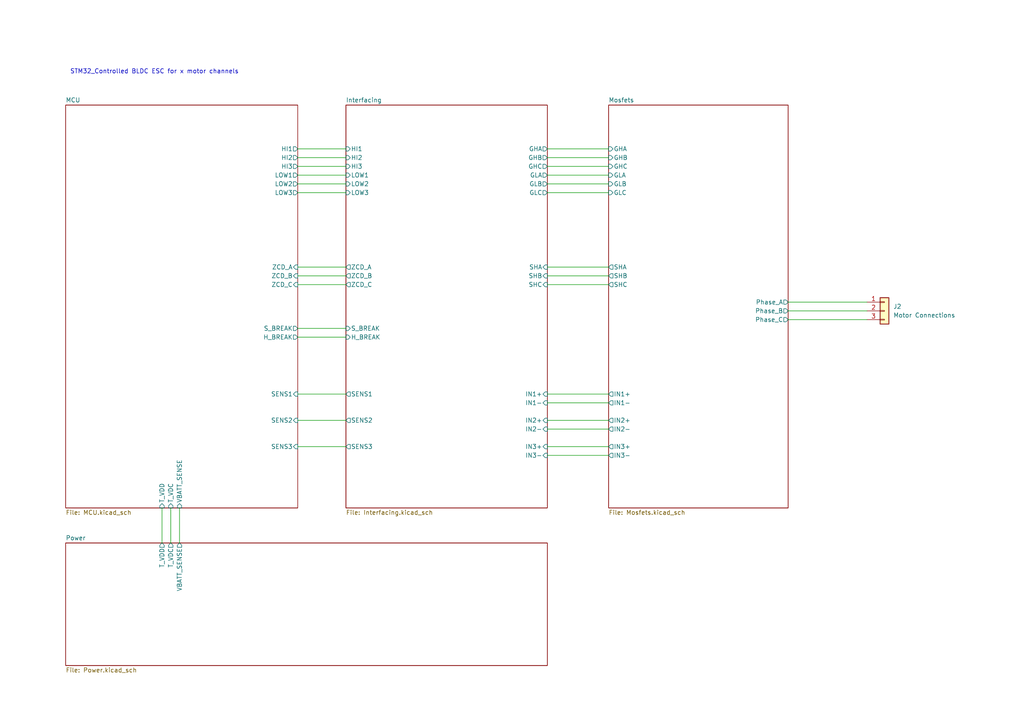
<source format=kicad_sch>
(kicad_sch (version 20230121) (generator eeschema)
  (paper "A4")
  (lib_symbols
    (symbol "Connector_Generic:Conn_01x03" (pin_names (offset 1.016) hide)
      (property "Reference" "J" (at 0 5.08 0))
      (property "Value" "Conn_01x03" (at 0 -5.08 0))
      (symbol "Conn_01x03_1_1"
        (rectangle (start -1.27 -2.413) (end 0 -2.667) (stroke (width 0.1524)))
        (rectangle (start -1.27 0.127) (end 0 -0.127) (stroke (width 0.1524)))
        (rectangle (start -1.27 2.667) (end 0 2.413) (stroke (width 0.1524)))
        (rectangle (start -1.27 3.81) (end 1.27 -3.81) (stroke (width 0.254)) (fill (type background)))
        (pin passive line (at -5.08 2.54 0) (length 3.81) (name "Pin_1") (number "1"))
        (pin passive line (at -5.08 0 0) (length 3.81) (name "Pin_2") (number "2"))
        (pin passive line (at -5.08 -2.54 0) (length 3.81) (name "Pin_3") (number "3"))
      )
    )
  )
  (wire (pts (xy 228.6 92.71) (xy 251.46 92.71)))
  (wire (pts (xy 158.75 121.92) (xy 176.53 121.92)))
  (wire (pts (xy 86.36 97.79) (xy 100.33 97.79)))
  (wire (pts (xy 228.6 87.63) (xy 251.46 87.63)))
  (wire (pts (xy 46.99 147.32) (xy 46.99 157.48)))
  (wire (pts (xy 158.75 50.8) (xy 176.53 50.8)))
  (wire (pts (xy 86.36 80.01) (xy 100.33 80.01)))
  (wire (pts (xy 158.75 53.34) (xy 176.53 53.34)))
  (wire (pts (xy 158.75 129.54) (xy 176.53 129.54)))
  (wire (pts (xy 86.36 82.55) (xy 100.33 82.55)))
  (wire (pts (xy 86.36 129.54) (xy 100.33 129.54)))
  (wire (pts (xy 158.75 77.47) (xy 176.53 77.47)))
  (wire (pts (xy 158.75 124.46) (xy 176.53 124.46)))
  (wire (pts (xy 158.75 80.01) (xy 176.53 80.01)))
  (wire (pts (xy 86.36 77.47) (xy 100.33 77.47)))
  (wire (pts (xy 228.6 90.17) (xy 251.46 90.17)))
  (wire (pts (xy 49.53 147.32) (xy 49.53 157.48)))
  (wire (pts (xy 158.75 45.72) (xy 176.53 45.72)))
  (wire (pts (xy 86.36 43.18) (xy 100.33 43.18)))
  (wire (pts (xy 52.07 147.32) (xy 52.07 157.48)))
  (wire (pts (xy 86.36 55.88) (xy 100.33 55.88)))
  (wire (pts (xy 86.36 48.26) (xy 100.33 48.26)))
  (wire (pts (xy 158.75 116.84) (xy 176.53 116.84)))
  (wire (pts (xy 158.75 132.08) (xy 176.53 132.08)))
  (wire (pts (xy 86.36 95.25) (xy 100.33 95.25)))
  (wire (pts (xy 86.36 45.72) (xy 100.33 45.72)))
  (wire (pts (xy 158.75 43.18) (xy 176.53 43.18)))
  (wire (pts (xy 86.36 53.34) (xy 100.33 53.34)))
  (wire (pts (xy 86.36 50.8) (xy 100.33 50.8)))
  (wire (pts (xy 158.75 114.3) (xy 176.53 114.3)))
  (wire (pts (xy 158.75 48.26) (xy 176.53 48.26)))
  (wire (pts (xy 158.75 55.88) (xy 176.53 55.88)))
  (wire (pts (xy 86.36 114.3) (xy 100.33 114.3)))
  (wire (pts (xy 86.36 121.92) (xy 100.33 121.92)))
  (wire (pts (xy 158.75 82.55) (xy 176.53 82.55)))
  (text "STM32_Controlled BLDC ESC for x motor channels\n" (at 20.32 21.59 0) (effects (font (size 1.27 1.27)) (justify left bottom)))
  (symbol (lib_id "Connector_Generic:Conn_01x03") (at 256.54 90.17 0) (unit 1)
    (property "Reference" "J2" (at 259.08 88.9 0) (effects (justify left)))
    (property "Value" "Motor Connections" (at 259.08 91.44 0) (effects (justify left)))
  )
  (sheet (at 19.05 30.48) (size 67.31 116.84) (stroke (width 0.1524))
    (property "Sheetname" "MCU" (at 19.05 29.7684 0) (effects (justify left bottom)))
    (property "Sheetfile" "MCU.kicad_sch" (at 19.05 147.9046 0) (effects (justify left top)))
    (pin "SENS1" input (at 86.36 114.3 0))
    (pin "SENS2" input (at 86.36 121.92 0))
    (pin "LOW3" output (at 86.36 55.88 0))
    (pin "LOW1" output (at 86.36 50.8 0))
    (pin "HI2" output (at 86.36 45.72 0))
    (pin "HI3" output (at 86.36 48.26 0))
    (pin "HI1" output (at 86.36 43.18 0))
    (pin "LOW2" output (at 86.36 53.34 0))
    (pin "ZCD_A" input (at 86.36 77.47 0))
    (pin "ZCD_B" input (at 86.36 80.01 0))
    (pin "ZCD_C" input (at 86.36 82.55 0))
    (pin "SENS3" input (at 86.36 129.54 0))
    (pin "T_VDD" input (at 46.99 147.32 270))
    (pin "VBATT_SENSE" input (at 52.07 147.32 270))
    (pin "T_VDC" input (at 49.53 147.32 270))
    (pin "S_BREAK" output (at 86.36 95.25 0))
    (pin "H_BREAK" output (at 86.36 97.79 0))
  )
  (sheet (at 100.33 30.48) (size 58.42 116.84) (stroke (width 0.1524))
    (property "Sheetname" "Interfacing" (at 100.33 29.7684 0) (effects (justify left bottom)))
    (property "Sheetfile" "Interfacing.kicad_sch" (at 100.33 147.9046 0) (effects (justify left top)))
    (pin "LOW3" input (at 100.33 55.88 180))
    (pin "LOW2" input (at 100.33 53.34 180))
    (pin "GLA" output (at 158.75 50.8 0))
    (pin "GLB" output (at 158.75 53.34 0))
    (pin "GLC" output (at 158.75 55.88 0))
    (pin "LOW1" input (at 100.33 50.8 180))
    (pin "HI3" input (at 100.33 48.26 180))
    (pin "HI2" input (at 100.33 45.72 180))
    (pin "HI1" input (at 100.33 43.18 180))
    (pin "GHA" output (at 158.75 43.18 0))
    (pin "GHB" output (at 158.75 45.72 0))
    (pin "GHC" output (at 158.75 48.26 0))
    (pin "SHA" input (at 158.75 77.47 0))
    (pin "SHB" input (at 158.75 80.01 0))
    (pin "SHC" input (at 158.75 82.55 0))
    (pin "SENS1" output (at 100.33 114.3 180))
    (pin "IN1-" input (at 158.75 116.84 0))
    (pin "IN2+" input (at 158.75 121.92 0))
    (pin "IN1+" input (at 158.75 114.3 0))
    (pin "SENS2" output (at 100.33 121.92 180))
    (pin "IN2-" input (at 158.75 124.46 0))
    (pin "ZCD_A" output (at 100.33 77.47 180))
    (pin "ZCD_B" output (at 100.33 80.01 180))
    (pin "ZCD_C" output (at 100.33 82.55 180))
    (pin "IN3+" input (at 158.75 129.54 0))
    (pin "IN3-" input (at 158.75 132.08 0))
    (pin "SENS3" output (at 100.33 129.54 180))
    (pin "H_BREAK" input (at 100.33 97.79 180))
    (pin "S_BREAK" input (at 100.33 95.25 180))
  )
  (sheet (at 176.53 30.48) (size 52.07 116.84) (stroke (width 0.1524))
    (property "Sheetname" "Mosfets" (at 176.53 29.7684 0) (effects (justify left bottom)))
    (property "Sheetfile" "Mosfets.kicad_sch" (at 176.53 147.9046 0) (effects (justify left top)))
    (pin "IN1-" output (at 176.53 116.84 180))
    (pin "IN1+" output (at 176.53 114.3 180))
    (pin "GLA" input (at 176.53 50.8 180))
    (pin "Phase_A" output (at 228.6 87.63 0))
    (pin "GHA" input (at 176.53 43.18 180))
    (pin "IN2+" output (at 176.53 121.92 180))
    (pin "GLB" input (at 176.53 53.34 180))
    (pin "GHB" input (at 176.53 45.72 180))
    (pin "Phase_B" output (at 228.6 90.17 0))
    (pin "IN2-" output (at 176.53 124.46 180))
    (pin "Phase_C" output (at 228.6 92.71 0))
    (pin "GHC" input (at 176.53 48.26 180))
    (pin "GLC" input (at 176.53 55.88 180))
    (pin "SHA" output (at 176.53 77.47 180))
    (pin "SHC" output (at 176.53 82.55 180))
    (pin "SHB" output (at 176.53 80.01 180))
    (pin "IN3+" output (at 176.53 129.54 180))
    (pin "IN3-" output (at 176.53 132.08 180))
  )
  (sheet (at 19.05 157.48) (size 139.7 35.56) (stroke (width 0.1524))
    (property "Sheetname" "Power" (at 19.05 156.7684 0) (effects (justify left bottom)))
    (property "Sheetfile" "Power.kicad_sch" (at 19.05 193.6246 0) (effects (justify left top)))
    (pin "T_VDD" output (at 46.99 157.48 90))
    (pin "T_VDC" output (at 49.53 157.48 90))
    (pin "VBATT_SENSE" output (at 52.07 157.48 90))
  )
)
</source>
